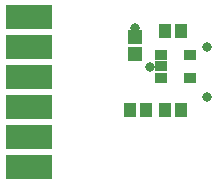
<source format=gts>
G04 Layer_Color=20142*
%FSLAX25Y25*%
%MOIN*%
G70*
G01*
G75*
%ADD20R,0.04343X0.04934*%
%ADD21R,0.15800X0.08400*%
%ADD22R,0.04343X0.03359*%
%ADD23R,0.04934X0.04540*%
%ADD24C,0.03200*%
D20*
X163157Y457500D02*
D03*
X157843D02*
D03*
X163157Y484000D02*
D03*
X157843D02*
D03*
X146343Y457500D02*
D03*
X151657D02*
D03*
D21*
X112500Y458500D02*
D03*
Y468500D02*
D03*
Y478500D02*
D03*
Y488500D02*
D03*
Y448500D02*
D03*
Y438500D02*
D03*
D22*
X156603Y475786D02*
D03*
Y472046D02*
D03*
Y468306D02*
D03*
X166052D02*
D03*
Y475786D02*
D03*
D23*
X148000Y476146D02*
D03*
Y481854D02*
D03*
D24*
Y485000D02*
D03*
X153000Y472000D02*
D03*
X172000Y478500D02*
D03*
Y462000D02*
D03*
M02*

</source>
